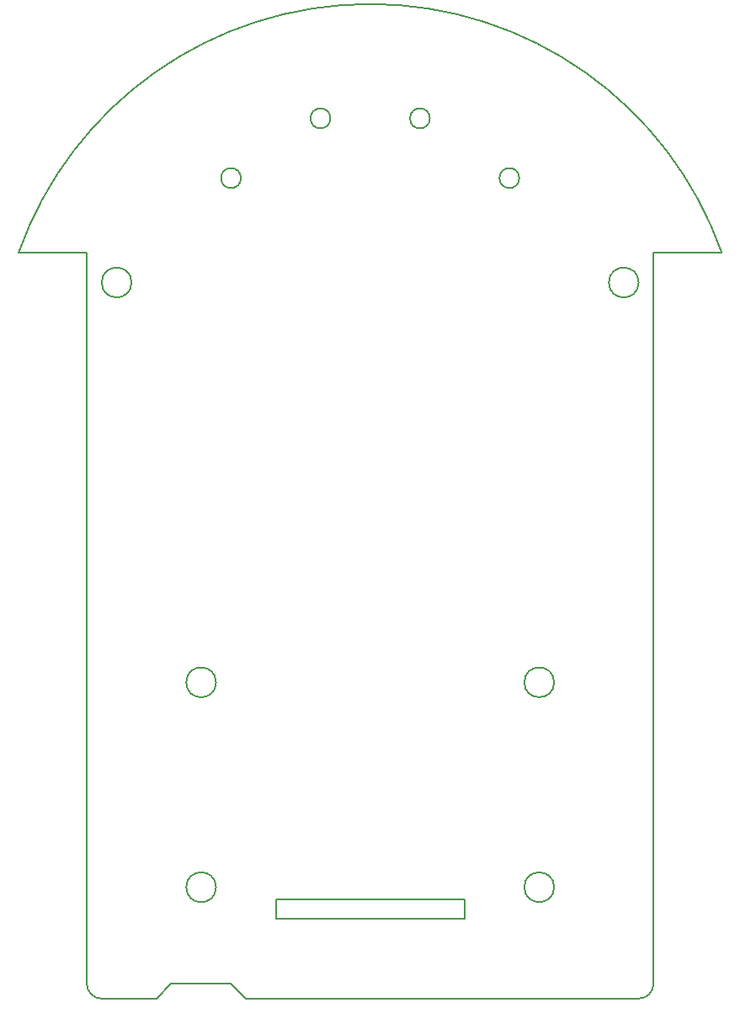
<source format=gbr>
G04 #@! TF.GenerationSoftware,KiCad,Pcbnew,(5.0.1)-3*
G04 #@! TF.CreationDate,2022-06-15T15:11:29+08:00*
G04 #@! TF.ProjectId,Micromouse_V01,4D6963726F6D6F7573655F5630312E6B,rev?*
G04 #@! TF.SameCoordinates,Original*
G04 #@! TF.FileFunction,Profile,NP*
%FSLAX46Y46*%
G04 Gerber Fmt 4.6, Leading zero omitted, Abs format (unit mm)*
G04 Created by KiCad (PCBNEW (5.0.1)-3) date 15-Jun-22 3:11:29 PM*
%MOMM*%
%LPD*%
G01*
G04 APERTURE LIST*
%ADD10C,0.200000*%
G04 APERTURE END LIST*
D10*
X98000000Y-53000000D02*
G75*
G03X98000000Y-53000000I-1000000J0D01*
G01*
X108000000Y-53000000D02*
G75*
G03X108000000Y-53000000I-1000000J0D01*
G01*
X130500000Y-140000000D02*
G75*
G02X129000000Y-141500000I-1500000J0D01*
G01*
X75000000Y-141500000D02*
G75*
G02X73500000Y-140000000I0J1500000D01*
G01*
X88000000Y-140000000D02*
X89500000Y-141500000D01*
X82000000Y-140000000D02*
X88000000Y-140000000D01*
X80500000Y-141500000D02*
X82000000Y-140000000D01*
X75000000Y-141500000D02*
X80500000Y-141500000D01*
X117000000Y-59000000D02*
G75*
G03X117000000Y-59000000I-1000000J0D01*
G01*
X89000000Y-59000000D02*
G75*
G03X89000000Y-59000000I-1000000J0D01*
G01*
X78000000Y-69500000D02*
G75*
G03X78000000Y-69500000I-1500000J0D01*
G01*
X129000000Y-69500000D02*
G75*
G03X129000000Y-69500000I-1500000J0D01*
G01*
X86500000Y-109700000D02*
G75*
G03X86500000Y-109700000I-1500000J0D01*
G01*
X120500000Y-130300000D02*
G75*
G03X120500000Y-130300000I-1500000J0D01*
G01*
X120500000Y-109700000D02*
G75*
G03X120500000Y-109700000I-1500000J0D01*
G01*
X86500000Y-130300000D02*
G75*
G03X86500000Y-130300000I-1500000J0D01*
G01*
X92500000Y-131500000D02*
X92500000Y-133500000D01*
X92500000Y-131500000D02*
X111500000Y-131500000D01*
X111500000Y-133500000D02*
X111500000Y-131500000D01*
X92500000Y-133500000D02*
X111500000Y-133500000D01*
X66645155Y-66499563D02*
G75*
G02X137355000Y-66500000I35354845J-12500437D01*
G01*
X129000000Y-141500000D02*
X89500000Y-141500000D01*
X73500000Y-66500000D02*
X73500000Y-140000000D01*
X66645000Y-66500000D02*
X73500000Y-66500000D01*
X130500000Y-66500000D02*
X137355000Y-66500000D01*
X130500000Y-66500000D02*
X130500000Y-140000000D01*
M02*

</source>
